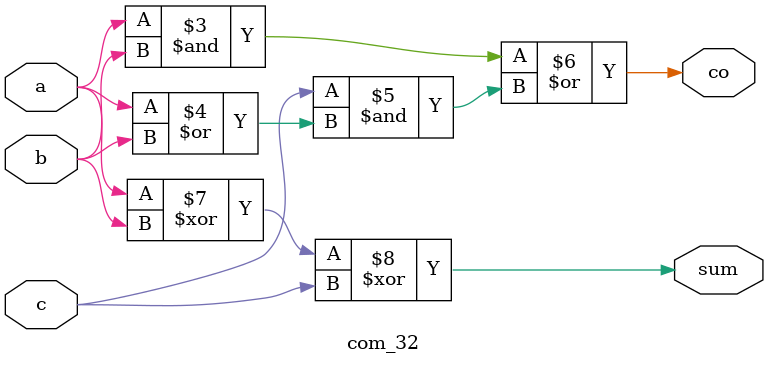
<source format=v>
`timescale 1ns / 1ps

module baugh_wooly(
		 clk,
		 reset,

		 A_in,
		 B_in,

		 C
	);

parameter mul_size = 32;
input clk;
input reset;
input [mul_size-1:0] A_in;
input [mul_size-1:0] B_in;
output reg[2*mul_size-1:0] C;
reg [mul_size-1:0] A;
reg [mul_size-1:0] B;
wire [mul_size-1:0] CO [mul_size:0];
wire [mul_size-1:0] SUM [mul_size:0];
wire [mul_size-1:0] CI [mul_size:0];
wire [mul_size-1:0] SI [mul_size:0];
genvar i,j,k,l;
wire [mul_size-1:0] PP [mul_size-1:0];
reg signed [2*mul_size-1:0] C_temp;
/*****input**********/
always@(posedge clk or negedge reset)begin
    if(!reset)begin
	    A<=0;
		 B<=0;
	 end
	 else begin
	 A<=A_in;
	 B<=B_in;
	 end
end
//array is (y,x)
/****and array****/
generate
for(k=0;k<(mul_size-1);k=k+1)begin: a1
for(i=0;i<(mul_size-1);i=i+1)begin: a2
 assign PP[k][i] = A[i]&B[k];
   end
end
endgenerate
/****nand array****/
generate
for(j=0;j<(mul_size-1);j=j+1)begin:a3
 assign PP[j][mul_size-1] = (~(A[mul_size-1]&B[j]));
end
endgenerate
/****nand array****/
generate
for(l=0;l<(mul_size-1);l=l+1)begin:a4
 assign PP[mul_size-1][l] = (~(A[l]&B[mul_size-1]));
end
endgenerate
/*******sign bit*******/
assign PP[mul_size-1][mul_size-1] = A[mul_size-1]& B[mul_size-1];
//generate ci
genvar i1,j1;
generate
    for(i1=0;i1<=mul_size;i1=i1+1)begin: out
    for(j1=0;j1<(mul_size);j1=j1+1)begin: in
     if(i1==0)begin
	 assign CO[i1][j1]= 1'b0;//y = 0,first row
	  end
	  else begin
	  assign CO[i1][j1]=CI[i1-1][j1];
	  end
    end
 end
endgenerate
//generate si
genvar i2,j2;
generate
 for(i2=0;i2<=mul_size;i2=i2+1)begin: siout
    for(j2=0;j2<(mul_size);j2=j2+1)begin: siin
     if((i2==0)||(j2==(mul_size-1)))begin
	 assign SUM[i2][j2]= 1'b0;//y = 0,first row
	  end
	  else begin
	 assign SUM[i2][j2]=SI[i2-1][j2+1];
	  end
    end
 end
endgenerate
/*****adder****/
genvar ii,jj;
generate 
   for(ii=0;ii<(mul_size);ii=ii+1)begin: adderin
   for(jj=0;jj<(mul_size);jj=jj+1)begin: adderout 
      com_32 inst00_i(.a(PP[ii][jj]),.b(CO[ii][jj]),.c(SUM[ii][jj]),.co(CI[ii][jj]),.sum(SI[ii][jj]));
		end
   end	
endgenerate
/*****last row adder******/
/**generate the valid ci first**/
genvar ll;
generate
   for(ll=0;ll<(4);ll=ll+1)begin:laste
   if(ll==0)begin
   com_32 inst00_ll(.a(1'b1),.b(CO[mul_size][ll]),.c(SUM[mul_size][ll]),.co(CI[mul_size][ll]),.sum(SI[mul_size][ll]));
   end
   else begin
   com_32 inst00_ll(.a(CO[mul_size][ll]),.b(CI[mul_size][ll-1]),.c(SUM[mul_size][ll]),.co(CI[mul_size][ll]),.sum(SI[mul_size][ll]));
   end 
   end
endgenerate

/**using carry select adder**/
genvar cc;
generate
   for(cc=1;cc<(mul_size/4);cc=cc+1)begin:carry
	if(cc+1==(mul_size/4))begin
	carry_select inst_cc(.A({1'b1,SUM[mul_size][mul_size-2:mul_size-4]}),.B(CO[mul_size][mul_size-1:mul_size-4]),.Ci(CI[mul_size][cc*4-1]),.CO(CI[mul_size][mul_size-1]),.SUM(SI[mul_size][mul_size-1:mul_size-4]));
	end 
	else begin
   carry_select inst_cc(.A(SUM[mul_size][cc*4+3:cc*4]),.B(CO[mul_size][cc*4+3:cc*4]),.Ci(CI[mul_size][cc*4-1]),.CO(CI[mul_size][4*(cc+1)-1]),.SUM(SI[mul_size][cc*4+3:cc*4]));
   end
   end	
endgenerate
/************assign to the output*******/
integer i3,j3;
always@(*)begin
for(i3=0;i3<=(mul_size);i3=i3+1)begin
	C_temp[i3] = SI[i3][0];
	end
for(j3=1;j3<=(mul_size-1);j3=j3+1)begin
   C_temp[j3+mul_size] = SI[mul_size][j3];
   end
end
/**Output**/
always@(posedge clk or negedge reset)begin
if(!reset)begin
C<=0;
end else
C<=C_temp[2*mul_size-1:0];
end
endmodule
module carry_select(
 A,
 B,
 Ci,
 CO,
 SUM);
input [3:0] A,B;
input Ci;
output reg CO;
output reg [3:0] SUM;
/**internal carry and sum**/
wire CI_0[3:0],S_0[3:0];
wire CI_1[3:0],S_1[3:0];
/**assume ci = 0**/
com_32 com_01(.a(A[0]),.b(B[0]),.c(1'b0),.co(CI_0[0]),.sum(S_0[0]));
com_32 com_02(.a(A[1]),.b(B[1]),.c(CI_0[0]),.co(CI_0[1]),.sum(S_0[1]));
com_32 com_03(.a(A[2]),.b(B[2]),.c(CI_0[1]),.co(CI_0[2]),.sum(S_0[2]));
com_32 com_04(.a(A[3]),.b(B[3]),.c(CI_0[2]),.co(CI_0[3]),.sum(S_0[3]));

/**assume ci = 1**/
com_32 com_11(.a(A[0]),.b(B[0]),.c(1'b1),.co(CI_1[0]),.sum(S_1[0]));
com_32 com_12(.a(A[1]),.b(B[1]),.c(CI_1[0]),.co(CI_1[1]),.sum(S_1[1]));
com_32 com_13(.a(A[2]),.b(B[2]),.c(CI_1[1]),.co(CI_1[2]),.sum(S_1[2]));
com_32 com_14(.a(A[3]),.b(B[3]),.c(CI_1[2]),.co(CI_1[3]),.sum(S_1[3]));

/**CO output MUX**/
always@(*)begin
if(Ci)begin
CO=CI_1[3];
end else
CO=CI_0[3];
       end

/**SUM Output MUX**/
always@(*)begin
if(Ci)
   begin
      SUM[0]=S_1[0];
      SUM[1]=S_1[1];
      SUM[2]=S_1[2];
      SUM[3]=S_1[3];
   end 
else
  begin
      SUM[0]=S_0[0];
      SUM[1]=S_0[1];
      SUM[2]=S_0[2];
      SUM[3]=S_0[3];
  end
end
endmodule
module com_32(a,b,c,co,sum);
input a,b,c;
output co,sum;
assign co = (a&b)|(c&(a|b));
assign sum = a^b^c;
endmodule

</source>
